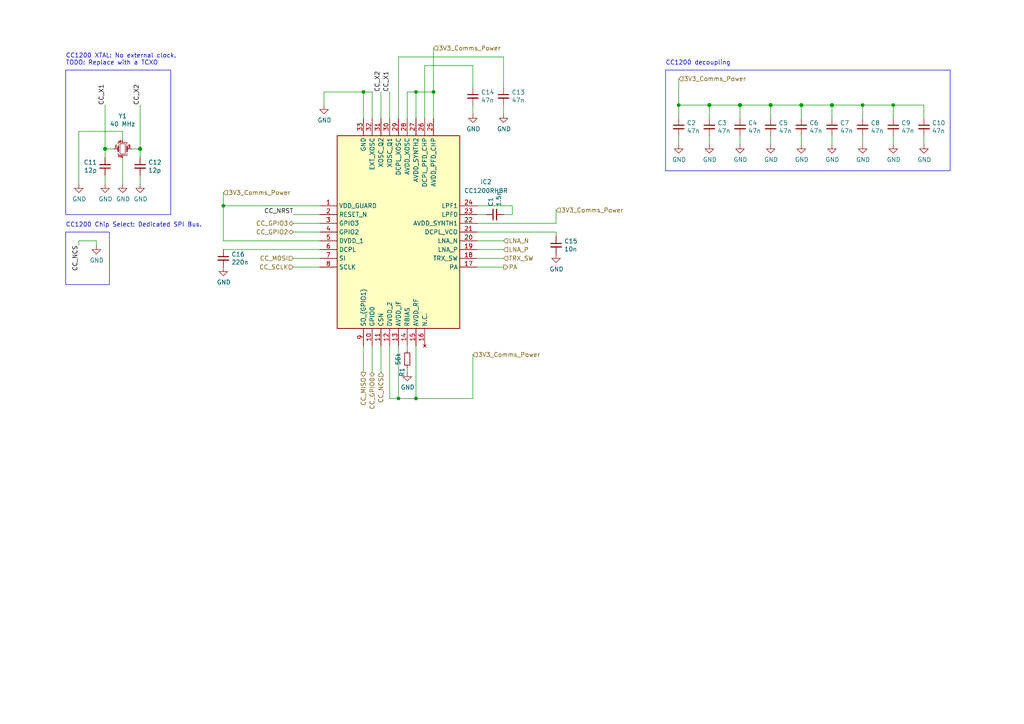
<source format=kicad_sch>
(kicad_sch (version 20230121) (generator eeschema)
  (paper "A4")
  (title_block (title "RF Communications System"))
  (lib_symbols
    (symbol "Cobalt_Cowboy:CC1200RHBR"
      (property "Reference" "IC" (at 41.91 25.4 0))
      (property "Value" "CC1200RHBR" (at 41.91 22.86 0))
      (symbol "CC1200RHBR_1_1"
        (rectangle (start 5.08 20.32) (end 40.64 -35.56) (stroke (width 0.254)) (fill (type background)))
        (pin passive line (at 0 0 0) (length 5.08) (name "VDD_GUARD") (number "1"))
        (pin passive line (at 15.24 -40.64 90) (length 5.08) (name "GPIO0") (number "10"))
        (pin passive line (at 17.78 -40.64 90) (length 5.08) (name "CSN") (number "11"))
        (pin passive line (at 20.32 -40.64 90) (length 5.08) (name "DVDD_2") (number "12"))
        (pin passive line (at 22.86 -40.64 90) (length 5.08) (name "AVDD_IF") (number "13"))
        (pin passive line (at 25.4 -40.64 90) (length 5.08) (name "RBIAS") (number "14"))
        (pin passive line (at 27.94 -40.64 90) (length 5.08) (name "AVDD_RF") (number "15"))
        (pin no_connect line (at 30.48 -40.64 90) (length 5.08) (name "N.C.") (number "16"))
        (pin passive line (at 45.72 -17.78 180) (length 5.08) (name "PA") (number "17"))
        (pin passive line (at 45.72 -15.24 180) (length 5.08) (name "TRX_SW") (number "18"))
        (pin passive line (at 45.72 -12.7 180) (length 5.08) (name "LNA_P") (number "19"))
        (pin passive line (at 0 -2.54 0) (length 5.08) (name "RESET_N") (number "2"))
        (pin passive line (at 45.72 -10.16 180) (length 5.08) (name "LNA_N") (number "20"))
        (pin passive line (at 45.72 -7.62 180) (length 5.08) (name "DCPL_VCO") (number "21"))
        (pin passive line (at 45.72 -5.08 180) (length 5.08) (name "AVDD_SYNTH1") (number "22"))
        (pin passive line (at 45.72 -2.54 180) (length 5.08) (name "LPF0") (number "23"))
        (pin passive line (at 45.72 0 180) (length 5.08) (name "LPF1") (number "24"))
        (pin passive line (at 33.02 25.4 270) (length 5.08) (name "AVDD_PFD_CHP") (number "25"))
        (pin passive line (at 30.48 25.4 270) (length 5.08) (name "DCPL_PFD_CHP") (number "26"))
        (pin passive line (at 27.94 25.4 270) (length 5.08) (name "AVDD_SYNTH2") (number "27"))
        (pin passive line (at 25.4 25.4 270) (length 5.08) (name "AVDD_XOSC") (number "28"))
        (pin passive line (at 22.86 25.4 270) (length 5.08) (name "DCPL_XOSC") (number "29"))
        (pin passive line (at 0 -5.08 0) (length 5.08) (name "GPIO3") (number "3"))
        (pin passive line (at 20.32 25.4 270) (length 5.08) (name "XOSC_Q1") (number "30"))
        (pin passive line (at 17.78 25.4 270) (length 5.08) (name "XOSC_Q2") (number "31"))
        (pin passive line (at 15.24 25.4 270) (length 5.08) (name "EXT_XOSC") (number "32"))
        (pin passive line (at 12.7 25.4 270) (length 5.08) (name "GND") (number "33"))
        (pin passive line (at 0 -7.62 0) (length 5.08) (name "GPIO2") (number "4"))
        (pin passive line (at 0 -10.16 0) (length 5.08) (name "DVDD_1") (number "5"))
        (pin passive line (at 0 -12.7 0) (length 5.08) (name "DCPL") (number "6"))
        (pin passive line (at 0 -15.24 0) (length 5.08) (name "SI") (number "7"))
        (pin passive line (at 0 -17.78 0) (length 5.08) (name "SCLK") (number "8"))
        (pin passive line (at 12.7 -40.64 90) (length 5.08) (name "SO_(GPIO1)") (number "9"))
      )
    )
    (symbol "Device:Crystal_GND24_Small" (pin_names (offset 1.016) hide)
      (property "Reference" "Y" (at 1.27 4.445 0))
      (property "Value" "Crystal_GND24_Small" (at 1.27 2.54 0))
      (symbol "Crystal_GND24_Small_0_1"
        (rectangle (start -0.762 -1.524) (end 0.762 1.524))
        (polyline (pts (xy -1.27 -0.762) (xy -1.27 0.762)) (stroke (width 0.381)))
        (polyline (pts (xy 1.27 -0.762) (xy 1.27 0.762)) (stroke (width 0.381)))
        (polyline (pts (xy -1.27 -1.27) (xy -1.27 -1.905) (xy 1.27 -1.905) (xy 1.27 -1.27)))
        (polyline (pts (xy -1.27 1.27) (xy -1.27 1.905) (xy 1.27 1.905) (xy 1.27 1.27)))
      )
      (symbol "Crystal_GND24_Small_1_1"
        (pin passive line (at -2.54 0 0) (length 1.27) (name "1") (number "1"))
        (pin passive line (at 0 -2.54 90) (length 0.635) (name "2") (number "2"))
        (pin passive line (at 2.54 0 180) (length 1.27) (name "3") (number "3"))
        (pin passive line (at 0 2.54 270) (length 0.635) (name "4") (number "4"))
      )
    )
    (symbol "pkl_device:pkl_C_Small" (pin_numbers hide) (pin_names (offset 0.254) hide)
      (property "Reference" "C" (at 0.254 1.778 0))
      (property "Value" "pkl_C_Small" (at 0.254 -2.032 0))
      (symbol "pkl_C_Small_0_1"
        (polyline (pts (xy -1.524 -0.508) (xy 1.524 -0.508)) (stroke (width 0.3302)))
        (polyline (pts (xy -1.524 0.508) (xy 1.524 0.508)) (stroke (width 0.3048)))
      )
      (symbol "pkl_C_Small_1_1"
        (pin passive line (at 0 2.54 270) (length 1.905) (name "~") (number "1"))
        (pin passive line (at 0 -2.54 90) (length 2.032) (name "~") (number "2"))
      )
    )
    (symbol "pkl_device:pkl_R_Small" (pin_numbers hide) (pin_names (offset 0.254) hide)
      (property "Reference" "R" (at 0.762 0.508 0))
      (property "Value" "pkl_R_Small" (at 0.762 -1.016 0))
      (symbol "pkl_R_Small_0_1"
        (rectangle (start -0.762 1.778) (end 0.762 -1.778) (stroke (width 0.2032)))
      )
      (symbol "pkl_R_Small_1_1"
        (pin passive line (at 0 2.54 270) (length 0.762) (name "~") (number "1"))
        (pin passive line (at 0 -2.54 90) (length 0.762) (name "~") (number "2"))
      )
    )
    (symbol "power:GND" (power) (pin_names (offset 0))
      (property "Value" "GND" (at 0 -3.81 0))
      (symbol "GND_0_1"
        (polyline (pts (xy 0 0) (xy 0 -1.27) (xy 1.27 -1.27) (xy 0 -2.54) (xy -1.27 -1.27) (xy 0 -1.27)))
      )
      (symbol "GND_1_1"
        (pin power_in line (at 0 0 270) (length 0) hide (name "GND") (number "1"))
      )
    )
  )
  (junction (at 196.85 30.48))
  (junction (at 40.64 43.18) (diameter 1.016))
  (junction (at 30.48 43.18) (diameter 1.016))
  (junction (at 223.52 30.48) (diameter 1.016))
  (junction (at 120.65 115.57))
  (junction (at 125.73 26.67))
  (junction (at 120.65 26.67))
  (junction (at 232.41 30.48) (diameter 1.016))
  (junction (at 105.41 26.67))
  (junction (at 214.63 30.48) (diameter 1.016))
  (junction (at 241.3 30.48) (diameter 1.016))
  (junction (at 259.08 30.48))
  (junction (at 250.19 30.48))
  (junction (at 115.57 115.57))
  (junction (at 205.74 30.48) (diameter 1.016))
  (junction (at 64.77 59.69))
  (wire (pts (xy 92.71 59.69) (xy 64.77 59.69)))
  (wire (pts (xy 241.3 30.48) (xy 250.19 30.48)))
  (wire (pts (xy 118.11 106.68) (xy 118.11 107.95)))
  (wire (pts (xy 250.19 39.37) (xy 250.19 41.91)))
  (wire (pts (xy 120.65 26.67) (xy 125.73 26.67)))
  (wire (pts (xy 115.57 34.29) (xy 115.57 16.51)))
  (wire (pts (xy 64.77 72.39) (xy 92.71 72.39)))
  (wire (pts (xy 250.19 30.48) (xy 250.19 34.29)))
  (wire (pts (xy 107.95 26.67) (xy 105.41 26.67)))
  (wire (pts (xy 146.05 16.51) (xy 146.05 25.4)))
  (wire (pts (xy 118.11 100.33) (xy 118.11 101.6)))
  (wire (pts (xy 148.59 62.23) (xy 146.05 62.23)))
  (wire (pts (xy 205.74 30.48) (xy 205.74 34.29)))
  (wire (pts (xy 27.94 69.85) (xy 27.94 71.12)))
  (wire (pts (xy 138.43 72.39) (xy 146.05 72.39)))
  (wire (pts (xy 146.05 30.48) (xy 146.05 33.02)))
  (wire (pts (xy 214.63 39.37) (xy 214.63 41.91)))
  (wire (pts (xy 85.09 67.31) (xy 92.71 67.31)))
  (wire (pts (xy 85.09 64.77) (xy 92.71 64.77)))
  (wire (pts (xy 64.77 59.69) (xy 64.77 55.88)))
  (wire (pts (xy 223.52 30.48) (xy 232.41 30.48)))
  (wire (pts (xy 30.48 30.48) (xy 30.48 43.18)))
  (wire (pts (xy 110.49 100.33) (xy 110.49 107.95)))
  (wire (pts (xy 113.03 115.57) (xy 115.57 115.57)))
  (wire (pts (xy 138.43 59.69) (xy 148.59 59.69)))
  (wire (pts (xy 93.98 26.67) (xy 93.98 30.48)))
  (wire (pts (xy 115.57 115.57) (xy 120.65 115.57)))
  (wire (pts (xy 115.57 16.51) (xy 146.05 16.51)))
  (wire (pts (xy 120.65 115.57) (xy 137.16 115.57)))
  (wire (pts (xy 196.85 39.37) (xy 196.85 41.91)))
  (wire (pts (xy 120.65 100.33) (xy 120.65 115.57)))
  (wire (pts (xy 205.74 30.48) (xy 214.63 30.48)))
  (wire (pts (xy 22.86 71.12) (xy 22.86 69.85)))
  (wire (pts (xy 148.59 59.69) (xy 148.59 62.23)))
  (wire (pts (xy 30.48 45.72) (xy 30.48 43.18)))
  (wire (pts (xy 161.29 68.58) (xy 161.29 67.31)))
  (wire (pts (xy 214.63 30.48) (xy 223.52 30.48)))
  (wire (pts (xy 267.97 30.48) (xy 259.08 30.48)))
  (wire (pts (xy 35.56 38.1) (xy 22.86 38.1)))
  (wire (pts (xy 138.43 64.77) (xy 161.29 64.77)))
  (wire (pts (xy 125.73 13.97) (xy 125.73 26.67)))
  (wire (pts (xy 125.73 34.29) (xy 125.73 26.67)))
  (wire (pts (xy 85.09 74.93) (xy 92.71 74.93)))
  (wire (pts (xy 64.77 69.85) (xy 64.77 59.69)))
  (wire (pts (xy 85.09 77.47) (xy 92.71 77.47)))
  (wire (pts (xy 22.86 38.1) (xy 22.86 53.34)))
  (wire (pts (xy 35.56 40.64) (xy 35.56 38.1)))
  (wire (pts (xy 137.16 19.05) (xy 137.16 25.4)))
  (wire (pts (xy 22.86 69.85) (xy 27.94 69.85)))
  (wire (pts (xy 259.08 30.48) (xy 250.19 30.48)))
  (wire (pts (xy 138.43 74.93) (xy 146.05 74.93)))
  (wire (pts (xy 259.08 39.37) (xy 259.08 41.91)))
  (wire (pts (xy 146.05 77.47) (xy 138.43 77.47)))
  (wire (pts (xy 113.03 100.33) (xy 113.03 115.57)))
  (wire (pts (xy 232.41 30.48) (xy 232.41 34.29)))
  (wire (pts (xy 205.74 39.37) (xy 205.74 41.91)))
  (wire (pts (xy 93.98 26.67) (xy 105.41 26.67)))
  (polyline (pts (xy 275.59 20.32) (xy 193.04 20.32)))
  (wire (pts (xy 140.97 62.23) (xy 138.43 62.23)))
  (wire (pts (xy 107.95 100.33) (xy 107.95 107.95)))
  (wire (pts (xy 223.52 30.48) (xy 223.52 34.29)))
  (polyline (pts (xy 193.04 49.53) (xy 275.59 49.53)))
  (wire (pts (xy 40.64 30.48) (xy 40.64 43.18)))
  (wire (pts (xy 40.64 43.18) (xy 40.64 45.72)))
  (wire (pts (xy 113.03 26.67) (xy 113.03 34.29)))
  (wire (pts (xy 196.85 22.86) (xy 196.85 30.48)))
  (wire (pts (xy 232.41 39.37) (xy 232.41 41.91)))
  (wire (pts (xy 196.85 30.48) (xy 205.74 30.48)))
  (wire (pts (xy 267.97 39.37) (xy 267.97 41.91)))
  (wire (pts (xy 110.49 26.67) (xy 110.49 34.29)))
  (wire (pts (xy 223.52 39.37) (xy 223.52 41.91)))
  (wire (pts (xy 30.48 50.8) (xy 30.48 53.34)))
  (wire (pts (xy 105.41 100.33) (xy 105.41 107.95)))
  (wire (pts (xy 92.71 69.85) (xy 64.77 69.85)))
  (wire (pts (xy 137.16 30.48) (xy 137.16 33.02)))
  (wire (pts (xy 138.43 69.85) (xy 146.05 69.85)))
  (wire (pts (xy 118.11 26.67) (xy 120.65 26.67)))
  (polyline (pts (xy 193.04 20.32) (xy 193.04 49.53)))
  (wire (pts (xy 137.16 19.05) (xy 123.19 19.05)))
  (wire (pts (xy 161.29 64.77) (xy 161.29 60.96)))
  (wire (pts (xy 137.16 115.57) (xy 137.16 102.87)))
  (wire (pts (xy 105.41 26.67) (xy 105.41 34.29)))
  (wire (pts (xy 115.57 100.33) (xy 115.57 115.57)))
  (wire (pts (xy 232.41 30.48) (xy 241.3 30.48)))
  (wire (pts (xy 107.95 34.29) (xy 107.95 26.67)))
  (wire (pts (xy 138.43 67.31) (xy 161.29 67.31)))
  (wire (pts (xy 30.48 43.18) (xy 33.02 43.18)))
  (wire (pts (xy 120.65 34.29) (xy 120.65 26.67)))
  (wire (pts (xy 259.08 30.48) (xy 259.08 34.29)))
  (wire (pts (xy 196.85 34.29) (xy 196.85 30.48)))
  (wire (pts (xy 118.11 34.29) (xy 118.11 26.67)))
  (wire (pts (xy 85.09 62.23) (xy 92.71 62.23)))
  (wire (pts (xy 35.56 45.72) (xy 35.56 53.34)))
  (wire (pts (xy 214.63 30.48) (xy 214.63 34.29)))
  (wire (pts (xy 40.64 50.8) (xy 40.64 53.34)))
  (wire (pts (xy 38.1 43.18) (xy 40.64 43.18)))
  (wire (pts (xy 241.3 30.48) (xy 241.3 34.29)))
  (wire (pts (xy 123.19 19.05) (xy 123.19 34.29)))
  (wire (pts (xy 241.3 39.37) (xy 241.3 41.91)))
  (polyline (pts (xy 275.59 49.53) (xy 275.59 20.32)))
  (wire (pts (xy 267.97 34.29) (xy 267.97 30.48)))
  (rectangle (start 19.05 20.32) (end 49.53 62.23))
  (rectangle (start 19.05 67.31) (end 31.75 82.55))
  (text "CC1200 decoupling" (at 193.04 19.05 0) (effects (font (size 1.27 1.27)) (justify left bottom)))
  (text "CC1200 Chip Select: Dedicated SPI Bus." (at 19.05 66.04 0) (effects (font (size 1.27 1.27)) (justify left bottom)))
  (text "CC1200 XTAL: No external clock.\nTODO: Replace with a TCXO\n" (at 19.05 19.05 0) (effects (font (size 1.27 1.27)) (justify left bottom)))
  (label "CC_X1" (at 113.03 26.67 90))
  (label "CC_X1" (at 30.48 30.48 90))
  (label "CC_NRST" (at 85.09 62.23 180))
  (label "CC_X2" (at 40.64 30.48 90))
  (label "CC_NCS" (at 22.86 71.12 270))
  (label "CC_X2" (at 110.49 26.67 90))
  (hierarchical_label "CC_NCS" (shape input) (at 110.49 107.95 270))
  (hierarchical_label "CC_GPIO3" (shape bidirectional) (at 85.09 64.77 180))
  (hierarchical_label "3V3_Comms_Power" (shape input) (at 125.73 13.97 0))
  (hierarchical_label "CC_GPIO0" (shape bidirectional) (at 107.95 107.95 270))
  (hierarchical_label "TRX_SW" (shape input) (at 146.05 74.93 0))
  (hierarchical_label "CC_MISO" (shape output) (at 105.41 107.95 270))
  (hierarchical_label "3V3_Comms_Power" (shape input) (at 64.77 55.88 0))
  (hierarchical_label "3V3_Comms_Power" (shape input) (at 196.85 22.86 0))
  (hierarchical_label "LNA_P" (shape input) (at 146.05 72.39 0))
  (hierarchical_label "CC_MOSI" (shape input) (at 85.09 74.93 180))
  (hierarchical_label "3V3_Comms_Power" (shape input) (at 137.16 102.87 0))
  (hierarchical_label "PA" (shape output) (at 146.05 77.47 0))
  (hierarchical_label "3V3_Comms_Power" (shape input) (at 161.29 60.96 0))
  (hierarchical_label "LNA_N" (shape input) (at 146.05 69.85 0))
  (hierarchical_label "CC_SCLK" (shape input) (at 85.09 77.47 180))
  (hierarchical_label "CC_GPIO2" (shape bidirectional) (at 85.09 67.31 180))
  (symbol (lib_id "pkl_device:pkl_C_Small") (at 196.85 36.83 0) (unit 1)
    (property "Reference" "C2" (at 199.1868 35.6616 0) (effects (justify left)))
    (property "Value" "47n" (at 199.1868 37.973 0) (effects (justify left)))
    (property "Footprint" "Capacitor_SMD:C_0402_1005Metric" (effects hide))
    (instances (project "Cobalt-Cowboy" (path "" (reference "C2") (unit 1))) (project "Mini17" (path "" (reference "C22") (unit 1))))
  )
  (symbol (lib_id "pkl_device:pkl_C_Small") (at 223.52 36.83 0) (unit 1)
    (property "Reference" "C5" (at 225.8568 35.6616 0) (effects (justify left)))
    (property "Value" "47n" (at 225.8568 37.973 0) (effects (justify left)))
    (property "Footprint" "Capacitor_SMD:C_0402_1005Metric" (effects hide))
    (instances (project "Cobalt-Cowboy" (path "" (reference "C5") (unit 1))) (project "Mini17" (path "" (reference "C28") (unit 1))))
  )
  (symbol (lib_id "power:GND") (at 196.85 41.91 0) (unit 1)
    (property "Reference" "#PWR04" (effects hide))
    (property "Value" "GND" (at 196.977 46.3042 0))
    (instances (project "Cobalt-Cowboy" (path "" (reference "#PWR04") (unit 1))) (project "Mini17" (path "" (reference "#PWR034") (unit 1))))
  )
  (symbol (lib_id "power:GND") (at 40.64 53.34 0) (unit 1)
    (property "Reference" "#PWR016" (effects hide))
    (property "Value" "GND" (at 40.767 57.7342 0))
    (instances (project "Cobalt-Cowboy" (path "" (reference "#PWR016") (unit 1))) (project "Mini17" (path "" (reference "#PWR022") (unit 1))))
  )
  (symbol (lib_id "power:GND") (at 161.29 73.66 0) (unit 1)
    (property "Reference" "#PWR019" (effects hide))
    (property "Value" "GND" (at 161.417 78.0542 0))
    (instances (project "Cobalt-Cowboy" (path "" (reference "#PWR019") (unit 1))) (project "Mini17" (path "" (reference "#PWR039") (unit 1))))
  )
  (symbol (lib_id "pkl_device:pkl_C_Small") (at 205.74 36.83 0) (unit 1)
    (property "Reference" "C3" (at 208.0768 35.6616 0) (effects (justify left)))
    (property "Value" "47n" (at 208.0768 37.973 0) (effects (justify left)))
    (property "Footprint" "Capacitor_SMD:C_0402_1005Metric" (effects hide))
    (instances (project "Cobalt-Cowboy" (path "" (reference "C3") (unit 1))) (project "Mini17" (path "" (reference "C24") (unit 1))))
  )
  (symbol (lib_id "power:GND") (at 223.52 41.91 0) (unit 1)
    (property "Reference" "#PWR07" (effects hide))
    (property "Value" "GND" (at 223.647 46.3042 0))
    (instances (project "Cobalt-Cowboy" (path "" (reference "#PWR07") (unit 1))) (project "Mini17" (path "" (reference "#PWR040") (unit 1))))
  )
  (symbol (lib_id "Device:Crystal_GND24_Small") (at 35.56 43.18 0) (unit 1)
    (property "Reference" "Y1" (at 35.56 33.655 0))
    (property "Value" "40 MHz" (at 35.56 35.9664 0))
    (property "Footprint" "Crystal:Crystal_SMD_3225-4Pin_3.2x2.5mm" (effects hide))
    (instances (project "Cobalt-Cowboy" (path "" (reference "Y1") (unit 1))) (project "Mini17" (path "" (reference "Y2") (unit 1))))
  )
  (symbol (lib_id "pkl_device:pkl_C_Small") (at 232.41 36.83 0) (unit 1)
    (property "Reference" "C6" (at 234.7468 35.6616 0) (effects (justify left)))
    (property "Value" "47n" (at 234.7468 37.973 0) (effects (justify left)))
    (property "Footprint" "Capacitor_SMD:C_0402_1005Metric" (effects hide))
    (instances (project "Cobalt-Cowboy" (path "" (reference "C6") (unit 1))) (project "Mini17" (path "" (reference "C30") (unit 1))))
  )
  (symbol (lib_id "pkl_device:pkl_C_Small") (at 214.63 36.83 0) (unit 1)
    (property "Reference" "C4" (at 216.9668 35.6616 0) (effects (justify left)))
    (property "Value" "47n" (at 216.9668 37.973 0) (effects (justify left)))
    (property "Footprint" "Capacitor_SMD:C_0402_1005Metric" (effects hide))
    (instances (project "Cobalt-Cowboy" (path "" (reference "C4") (unit 1))) (project "Mini17" (path "" (reference "C26") (unit 1))))
  )
  (symbol (lib_id "pkl_device:pkl_C_Small") (at 250.19 36.83 0) (unit 1)
    (property "Reference" "C8" (at 252.5268 35.6616 0) (effects (justify left)))
    (property "Value" "47n" (at 252.5268 37.973 0) (effects (justify left)))
    (property "Footprint" "Capacitor_SMD:C_0402_1005Metric" (effects hide))
    (instances (project "Cobalt-Cowboy" (path "" (reference "C8") (unit 1))) (project "Mini17" (path "" (reference "C32") (unit 1))))
  )
  (symbol (lib_id "pkl_device:pkl_R_Small") (at 118.11 104.14 0) (unit 1)
    (property "Reference" "R1" (at 116.586 107.95 90))
    (property "Value" "56k" (at 115.443 104.14 90))
    (property "Footprint" "Resistor_SMD:R_0402_1005Metric" (effects hide))
    (instances (project "Cobalt-Cowboy" (path "" (reference "R1") (unit 1))) (project "Mini17" (path "" (reference "R4") (unit 1))))
  )
  (symbol (lib_id "power:GND") (at 146.05 33.02 0) (unit 1)
    (property "Reference" "#PWR017" (effects hide))
    (property "Value" "GND" (at 146.177 37.4142 0))
    (instances (project "Cobalt-Cowboy" (path "" (reference "#PWR017") (unit 1))) (project "Mini17" (path "" (reference "#PWR035") (unit 1))))
  )
  (symbol (lib_id "power:GND") (at 93.98 30.48 0) (unit 1)
    (property "Reference" "#PWR01" (effects hide))
    (property "Value" "GND" (at 94.107 34.8742 0))
    (instances (project "Cobalt-Cowboy" (path "" (reference "#PWR01") (unit 1))) (project "Mini17" (path "" (reference "#PWR026") (unit 1))))
  )
  (symbol (lib_id "power:GND") (at 22.86 53.34 0) (unit 1)
    (property "Reference" "#PWR013" (effects hide))
    (property "Value" "GND" (at 22.987 57.7342 0))
    (instances (project "Cobalt-Cowboy" (path "" (reference "#PWR013") (unit 1))) (project "Mini17" (path "" (reference "#PWR019") (unit 1))))
  )
  (symbol (lib_id "pkl_device:pkl_C_Small") (at 146.05 27.94 0) (unit 1)
    (property "Reference" "C13" (at 148.3868 26.7716 0) (effects (justify left)))
    (property "Value" "47n" (at 148.3868 29.083 0) (effects (justify left)))
    (property "Footprint" "Capacitor_SMD:C_0402_1005Metric" (effects hide))
    (instances (project "Cobalt-Cowboy" (path "" (reference "C13") (unit 1))) (project "Mini17" (path "" (reference "C23") (unit 1))))
  )
  (symbol (lib_id "Cobalt_Cowboy:CC1200RHBR") (at 92.71 59.69 0) (unit 1)
    (property "Reference" "IC2" (at 140.97 52.7619 0))
    (property "Value" "CC1200RHBR" (at 140.97 55.3019 0))
    (property "Footprint" "Cobalt_Cowboy:QFN50P500X500X100-33N-D" (effects hide))
    (property "Datasheet" "http://www.ti.com/lit/gpn/cc1200" (effects hide))
    (property "Height" "1" (effects hide))
    (property "Manufacturer_Name" "Texas Instruments" (effects hide))
    (property "Manufacturer_Part_Number" "CC1200RHBR" (effects hide))
    (property "Mouser Part Number" "595-CC1200RHBR" (effects hide))
    (property "Mouser Price/Stock" "https://www.mouser.co.uk/ProductDetail/Texas-Instruments/CC1200RHBR?qs=R6c3TimDHSkfQr3ZZbsbuA%3D%3D" (effects hide))
    (property "Arrow Part Number" "CC1200RHBR" (effects hide))
    (property "Arrow Price/Stock" "https://www.arrow.com/en/products/cc1200rhbr/texas-instruments" (effects hide))
  )
  (symbol (lib_id "pkl_device:pkl_C_Small") (at 241.3 36.83 0) (unit 1)
    (property "Reference" "C7" (at 243.6368 35.6616 0) (effects (justify left)))
    (property "Value" "47n" (at 243.6368 37.973 0) (effects (justify left)))
    (property "Footprint" "Capacitor_SMD:C_0402_1005Metric" (effects hide))
    (instances (project "Cobalt-Cowboy" (path "" (reference "C7") (unit 1))) (project "Mini17" (path "" (reference "C31") (unit 1))))
  )
  (symbol (lib_id "pkl_device:pkl_C_Small") (at 30.48 48.26 0) (mirror x) (unit 1)
    (property "Reference" "C11" (at 28.1432 47.0916 0) (effects (justify right)))
    (property "Value" "12p" (at 28.1432 49.403 0) (effects (justify right)))
    (property "Footprint" "Capacitor_SMD:C_0402_1005Metric" (effects hide))
    (instances (project "Cobalt-Cowboy" (path "" (reference "C11") (unit 1))) (project "Mini17" (path "" (reference "C10") (unit 1))))
  )
  (symbol (lib_id "power:GND") (at 267.97 41.91 0) (unit 1)
    (property "Reference" "#PWR012" (effects hide))
    (property "Value" "GND" (at 268.097 46.3042 0))
    (instances (project "Cobalt-Cowboy" (path "" (reference "#PWR012") (unit 1))) (project "Mini17" (path "" (reference "#PWR046") (unit 1))))
  )
  (symbol (lib_id "pkl_device:pkl_C_Small") (at 267.97 36.83 0) (unit 1)
    (property "Reference" "C10" (at 270.3068 35.6616 0) (effects (justify left)))
    (property "Value" "47n" (at 270.3068 37.973 0) (effects (justify left)))
    (property "Footprint" "Capacitor_SMD:C_0402_1005Metric" (effects hide))
    (instances (project "Cobalt-Cowboy" (path "" (reference "C10") (unit 1))) (project "Mini17" (path "" (reference "C34") (unit 1))))
  )
  (symbol (lib_id "pkl_device:pkl_C_Small") (at 40.64 48.26 0) (unit 1)
    (property "Reference" "C12" (at 42.9768 47.0916 0) (effects (justify left)))
    (property "Value" "12p" (at 42.9768 49.403 0) (effects (justify left)))
    (property "Footprint" "Capacitor_SMD:C_0402_1005Metric" (effects hide))
    (instances (project "Cobalt-Cowboy" (path "" (reference "C12") (unit 1))) (project "Mini17" (path "" (reference "C11") (unit 1))))
  )
  (symbol (lib_id "power:GND") (at 137.16 33.02 0) (unit 1)
    (property "Reference" "#PWR018" (effects hide))
    (property "Value" "GND" (at 137.287 37.4142 0))
    (instances (project "Cobalt-Cowboy" (path "" (reference "#PWR018") (unit 1))) (project "Mini17" (path "" (reference "#PWR037") (unit 1))))
  )
  (symbol (lib_id "power:GND") (at 232.41 41.91 0) (unit 1)
    (property "Reference" "#PWR08" (effects hide))
    (property "Value" "GND" (at 232.537 46.3042 0))
    (instances (project "Cobalt-Cowboy" (path "" (reference "#PWR08") (unit 1))) (project "Mini17" (path "" (reference "#PWR042") (unit 1))))
  )
  (symbol (lib_id "pkl_device:pkl_C_Small") (at 143.51 62.23 90) (unit 1)
    (property "Reference" "C1" (at 142.3416 59.8932 0) (effects (justify left)))
    (property "Value" "1.5n" (at 144.653 59.8932 0) (effects (justify left)))
    (property "Footprint" "Capacitor_SMD:C_0402_1005Metric" (effects hide))
    (instances (project "Cobalt-Cowboy" (path "" (reference "C1") (unit 1))) (project "Mini17" (path "" (reference "C15") (unit 1))))
  )
  (symbol (lib_id "pkl_device:pkl_C_Small") (at 259.08 36.83 0) (unit 1)
    (property "Reference" "C9" (at 261.4168 35.6616 0) (effects (justify left)))
    (property "Value" "47n" (at 261.4168 37.973 0) (effects (justify left)))
    (property "Footprint" "Capacitor_SMD:C_0402_1005Metric" (effects hide))
    (instances (project "Cobalt-Cowboy" (path "" (reference "C9") (unit 1))) (project "Mini17" (path "" (reference "C33") (unit 1))))
  )
  (symbol (lib_id "power:GND") (at 241.3 41.91 0) (unit 1)
    (property "Reference" "#PWR09" (effects hide))
    (property "Value" "GND" (at 241.427 46.3042 0))
    (instances (project "Cobalt-Cowboy" (path "" (reference "#PWR09") (unit 1))) (project "Mini17" (path "" (reference "#PWR043") (unit 1))))
  )
  (symbol (lib_id "power:GND") (at 35.56 53.34 0) (unit 1)
    (property "Reference" "#PWR015" (effects hide))
    (property "Value" "GND" (at 35.687 57.7342 0))
    (instances (project "Cobalt-Cowboy" (path "" (reference "#PWR015") (unit 1))) (project "Mini17" (path "" (reference "#PWR021") (unit 1))))
  )
  (symbol (lib_id "power:GND") (at 205.74 41.91 0) (unit 1)
    (property "Reference" "#PWR05" (effects hide))
    (property "Value" "GND" (at 205.867 46.3042 0))
    (instances (project "Cobalt-Cowboy" (path "" (reference "#PWR05") (unit 1))) (project "Mini17" (path "" (reference "#PWR036") (unit 1))))
  )
  (symbol (lib_id "power:GND") (at 30.48 53.34 0) (unit 1)
    (property "Reference" "#PWR014" (effects hide))
    (property "Value" "GND" (at 30.607 57.7342 0))
    (instances (project "Cobalt-Cowboy" (path "" (reference "#PWR014") (unit 1))) (project "Mini17" (path "" (reference "#PWR020") (unit 1))))
  )
  (symbol (lib_id "power:GND") (at 214.63 41.91 0) (unit 1)
    (property "Reference" "#PWR06" (effects hide))
    (property "Value" "GND" (at 214.757 46.3042 0))
    (instances (project "Cobalt-Cowboy" (path "" (reference "#PWR06") (unit 1))) (project "Mini17" (path "" (reference "#PWR038") (unit 1))))
  )
  (symbol (lib_id "power:GND") (at 27.94 71.12 0) (unit 1)
    (property "Reference" "#PWR035" (effects hide))
    (property "Value" "GND" (at 28.067 75.5142 0))
    (instances (project "Cobalt-Cowboy" (path "" (reference "#PWR035") (unit 1))) (project "Mini17" (path "" (reference "#PWR041") (unit 1))))
  )
  (symbol (lib_id "power:GND") (at 118.11 107.95 0) (unit 1)
    (property "Reference" "#PWR02" (effects hide))
    (property "Value" "GND" (at 118.237 112.3442 0))
    (instances (project "Cobalt-Cowboy" (path "" (reference "#PWR02") (unit 1))) (project "Mini17" (path "" (reference "#PWR026") (unit 1))))
  )
  (symbol (lib_id "pkl_device:pkl_C_Small") (at 64.77 74.93 0) (unit 1)
    (property "Reference" "C16" (at 67.1068 73.7616 0) (effects (justify left)))
    (property "Value" "220n" (at 67.1068 76.073 0) (effects (justify left)))
    (property "Footprint" "Capacitor_SMD:C_0402_1005Metric" (effects hide))
    (instances (project "Cobalt-Cowboy" (path "" (reference "C16") (unit 1))) (project "Mini17" (path "" (reference "C29") (unit 1))))
  )
  (symbol (lib_id "power:GND") (at 259.08 41.91 0) (unit 1)
    (property "Reference" "#PWR011" (effects hide))
    (property "Value" "GND" (at 259.207 46.3042 0))
    (instances (project "Cobalt-Cowboy" (path "" (reference "#PWR011") (unit 1))) (project "Mini17" (path "" (reference "#PWR045") (unit 1))))
  )
  (symbol (lib_id "pkl_device:pkl_C_Small") (at 161.29 71.12 0) (unit 1)
    (property "Reference" "C15" (at 163.6268 69.9516 0) (effects (justify left)))
    (property "Value" "10n" (at 163.6268 72.263 0) (effects (justify left)))
    (property "Footprint" "Capacitor_SMD:C_0402_1005Metric" (effects hide))
    (instances (project "Cobalt-Cowboy" (path "" (reference "C15") (unit 1))) (project "Mini17" (path "" (reference "C27") (unit 1))))
  )
  (symbol (lib_id "power:GND") (at 64.77 77.47 0) (unit 1)
    (property "Reference" "#PWR020" (effects hide))
    (property "Value" "GND" (at 64.897 81.8642 0))
    (instances (project "Cobalt-Cowboy" (path "" (reference "#PWR020") (unit 1))) (project "Mini17" (path "" (reference "#PWR041") (unit 1))))
  )
  (symbol (lib_id "pkl_device:pkl_C_Small") (at 137.16 27.94 0) (unit 1)
    (property "Reference" "C14" (at 139.4968 26.7716 0) (effects (justify left)))
    (property "Value" "47n" (at 139.4968 29.083 0) (effects (justify left)))
    (property "Footprint" "Capacitor_SMD:C_0402_1005Metric" (effects hide))
    (instances (project "Cobalt-Cowboy" (path "" (reference "C14") (unit 1))) (project "Mini17" (path "" (reference "C25") (unit 1))))
  )
  (symbol (lib_id "power:GND") (at 250.19 41.91 0) (unit 1)
    (property "Reference" "#PWR010" (effects hide))
    (property "Value" "GND" (at 250.317 46.3042 0))
    (instances (project "Cobalt-Cowboy" (path "" (reference "#PWR010") (unit 1))) (project "Mini17" (path "" (reference "#PWR044") (unit 1))))
  )
)
</source>
